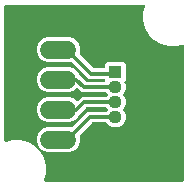
<source format=gbr>
G04 EAGLE Gerber RS-274X export*
G75*
%MOMM*%
%FSLAX34Y34*%
%LPD*%
%INTop Copper*%
%IPPOS*%
%AMOC8*
5,1,8,0,0,1.08239X$1,22.5*%
G01*
%ADD10C,1.524000*%
%ADD11R,1.118000X1.118000*%
%ADD12C,1.118000*%
%ADD13C,0.304800*%

G36*
X178838Y612144D02*
X178838Y612144D01*
X178857Y612142D01*
X178959Y612164D01*
X179061Y612180D01*
X179078Y612190D01*
X179098Y612194D01*
X179187Y612247D01*
X179278Y612296D01*
X179292Y612310D01*
X179309Y612320D01*
X179376Y612399D01*
X179448Y612474D01*
X179456Y612492D01*
X179469Y612507D01*
X179508Y612603D01*
X179551Y612697D01*
X179553Y612717D01*
X179561Y612735D01*
X179579Y612902D01*
X179579Y727318D01*
X179560Y727435D01*
X179542Y727553D01*
X179540Y727557D01*
X179540Y727561D01*
X179484Y727666D01*
X179429Y727772D01*
X179426Y727775D01*
X179424Y727778D01*
X179338Y727860D01*
X179253Y727943D01*
X179249Y727945D01*
X179246Y727948D01*
X179138Y727998D01*
X179031Y728049D01*
X179027Y728049D01*
X179023Y728051D01*
X178906Y728064D01*
X178787Y728079D01*
X178782Y728078D01*
X178779Y728078D01*
X178765Y728075D01*
X178621Y728053D01*
X173492Y726679D01*
X166868Y726679D01*
X160468Y728394D01*
X154731Y731706D01*
X150046Y736391D01*
X146734Y742128D01*
X145019Y748528D01*
X145019Y755152D01*
X146570Y760941D01*
X146582Y761060D01*
X146595Y761177D01*
X146594Y761182D01*
X146595Y761186D01*
X146568Y761301D01*
X146543Y761418D01*
X146541Y761421D01*
X146540Y761426D01*
X146478Y761527D01*
X146417Y761629D01*
X146414Y761632D01*
X146411Y761635D01*
X146320Y761712D01*
X146230Y761789D01*
X146226Y761790D01*
X146223Y761793D01*
X146112Y761836D01*
X146002Y761881D01*
X145997Y761881D01*
X145994Y761883D01*
X145980Y761883D01*
X145835Y761899D01*
X28702Y761899D01*
X28682Y761896D01*
X28663Y761898D01*
X28561Y761876D01*
X28459Y761860D01*
X28442Y761850D01*
X28422Y761846D01*
X28333Y761793D01*
X28242Y761744D01*
X28228Y761730D01*
X28211Y761720D01*
X28144Y761641D01*
X28072Y761566D01*
X28064Y761548D01*
X28051Y761533D01*
X28012Y761437D01*
X27969Y761343D01*
X27967Y761323D01*
X27959Y761305D01*
X27941Y761138D01*
X27941Y646618D01*
X27960Y646501D01*
X27978Y646383D01*
X27980Y646380D01*
X27980Y646375D01*
X28036Y646270D01*
X28091Y646165D01*
X28094Y646162D01*
X28096Y646158D01*
X28182Y646076D01*
X28267Y645993D01*
X28271Y645992D01*
X28274Y645989D01*
X28382Y645939D01*
X28489Y645887D01*
X28493Y645887D01*
X28497Y645885D01*
X28614Y645872D01*
X28733Y645858D01*
X28738Y645858D01*
X28741Y645858D01*
X28755Y645861D01*
X28899Y645883D01*
X34788Y647461D01*
X41412Y647461D01*
X47812Y645746D01*
X53549Y642434D01*
X58234Y637749D01*
X61546Y632012D01*
X63261Y625612D01*
X63261Y618988D01*
X61683Y613099D01*
X61671Y612980D01*
X61658Y612863D01*
X61659Y612858D01*
X61658Y612854D01*
X61685Y612739D01*
X61710Y612622D01*
X61712Y612619D01*
X61713Y612614D01*
X61775Y612513D01*
X61836Y612411D01*
X61840Y612408D01*
X61842Y612405D01*
X61933Y612328D01*
X62023Y612251D01*
X62027Y612250D01*
X62030Y612247D01*
X62141Y612204D01*
X62251Y612159D01*
X62256Y612159D01*
X62260Y612157D01*
X62273Y612157D01*
X62418Y612141D01*
X178818Y612141D01*
X178838Y612144D01*
G37*
%LPC*%
G36*
X63918Y637031D02*
X63918Y637031D01*
X59997Y638655D01*
X56995Y641657D01*
X55371Y645578D01*
X55371Y649822D01*
X56995Y653743D01*
X59997Y656745D01*
X63918Y658369D01*
X83402Y658369D01*
X84403Y657954D01*
X84516Y657928D01*
X84630Y657899D01*
X84636Y657899D01*
X84642Y657898D01*
X84759Y657909D01*
X84875Y657918D01*
X84881Y657921D01*
X84887Y657921D01*
X84995Y657969D01*
X85101Y658014D01*
X85107Y658019D01*
X85112Y658021D01*
X85126Y658034D01*
X85232Y658119D01*
X98436Y671323D01*
X113960Y671323D01*
X114051Y671337D01*
X114141Y671345D01*
X114171Y671357D01*
X114203Y671362D01*
X114284Y671405D01*
X114368Y671441D01*
X114400Y671467D01*
X114421Y671478D01*
X114443Y671501D01*
X114499Y671546D01*
X115515Y672562D01*
X115526Y672578D01*
X115542Y672590D01*
X115598Y672677D01*
X115658Y672761D01*
X115664Y672781D01*
X115675Y672797D01*
X115700Y672898D01*
X115731Y672997D01*
X115730Y673016D01*
X115735Y673036D01*
X115727Y673139D01*
X115724Y673242D01*
X115717Y673261D01*
X115716Y673281D01*
X115675Y673376D01*
X115640Y673473D01*
X115627Y673489D01*
X115620Y673507D01*
X115515Y673638D01*
X114499Y674654D01*
X114425Y674707D01*
X114355Y674767D01*
X114325Y674779D01*
X114299Y674798D01*
X114212Y674825D01*
X114127Y674859D01*
X114086Y674863D01*
X114064Y674870D01*
X114032Y674869D01*
X113960Y674877D01*
X97459Y674877D01*
X97369Y674863D01*
X97278Y674855D01*
X97249Y674843D01*
X97217Y674838D01*
X97136Y674795D01*
X97052Y674759D01*
X97020Y674733D01*
X96999Y674722D01*
X96977Y674699D01*
X96921Y674654D01*
X91139Y668873D01*
X91101Y668819D01*
X91055Y668773D01*
X91015Y668700D01*
X90996Y668673D01*
X90990Y668654D01*
X90974Y668626D01*
X90325Y667057D01*
X87323Y664055D01*
X83402Y662431D01*
X63918Y662431D01*
X59997Y664055D01*
X56995Y667057D01*
X55371Y670978D01*
X55371Y675222D01*
X56995Y679143D01*
X59997Y682145D01*
X63918Y683769D01*
X83402Y683769D01*
X87323Y682145D01*
X88862Y680606D01*
X88878Y680594D01*
X88891Y680578D01*
X88978Y680522D01*
X89062Y680462D01*
X89081Y680456D01*
X89098Y680445D01*
X89198Y680420D01*
X89297Y680390D01*
X89317Y680390D01*
X89336Y680385D01*
X89439Y680393D01*
X89543Y680396D01*
X89562Y680403D01*
X89582Y680405D01*
X89676Y680445D01*
X89774Y680481D01*
X89790Y680493D01*
X89808Y680501D01*
X89939Y680606D01*
X93356Y684023D01*
X113960Y684023D01*
X114051Y684037D01*
X114141Y684045D01*
X114171Y684057D01*
X114203Y684062D01*
X114284Y684105D01*
X114368Y684141D01*
X114400Y684167D01*
X114421Y684178D01*
X114443Y684201D01*
X114499Y684246D01*
X115515Y685262D01*
X115526Y685278D01*
X115542Y685290D01*
X115598Y685377D01*
X115658Y685461D01*
X115664Y685481D01*
X115675Y685497D01*
X115700Y685598D01*
X115731Y685697D01*
X115730Y685716D01*
X115735Y685736D01*
X115727Y685839D01*
X115724Y685942D01*
X115717Y685961D01*
X115716Y685981D01*
X115675Y686076D01*
X115640Y686173D01*
X115627Y686189D01*
X115620Y686207D01*
X115515Y686338D01*
X114499Y687354D01*
X114425Y687407D01*
X114355Y687467D01*
X114325Y687479D01*
X114299Y687498D01*
X114212Y687525D01*
X114127Y687559D01*
X114086Y687563D01*
X114064Y687570D01*
X114032Y687569D01*
X113960Y687577D01*
X93356Y687577D01*
X89939Y690994D01*
X89923Y691006D01*
X89910Y691022D01*
X89823Y691078D01*
X89739Y691138D01*
X89720Y691144D01*
X89703Y691155D01*
X89603Y691180D01*
X89504Y691210D01*
X89484Y691210D01*
X89465Y691215D01*
X89362Y691207D01*
X89258Y691204D01*
X89239Y691197D01*
X89220Y691195D01*
X89125Y691155D01*
X89027Y691119D01*
X89011Y691107D01*
X88993Y691099D01*
X88862Y690994D01*
X87323Y689455D01*
X83402Y687831D01*
X63918Y687831D01*
X59997Y689455D01*
X56995Y692457D01*
X55371Y696378D01*
X55371Y700622D01*
X56995Y704543D01*
X59997Y707545D01*
X63918Y709169D01*
X83402Y709169D01*
X87323Y707545D01*
X90325Y704543D01*
X90974Y702974D01*
X91009Y702919D01*
X91035Y702858D01*
X91087Y702793D01*
X91104Y702765D01*
X91119Y702753D01*
X91139Y702727D01*
X96921Y696946D01*
X96995Y696893D01*
X97065Y696833D01*
X97095Y696821D01*
X97121Y696802D01*
X97208Y696775D01*
X97293Y696741D01*
X97334Y696737D01*
X97356Y696730D01*
X97388Y696731D01*
X97459Y696723D01*
X112718Y696723D01*
X112789Y696734D01*
X112860Y696736D01*
X112909Y696754D01*
X112961Y696762D01*
X113024Y696796D01*
X113091Y696821D01*
X113132Y696853D01*
X113178Y696878D01*
X113227Y696929D01*
X113283Y696974D01*
X113312Y697018D01*
X113347Y697056D01*
X113378Y697121D01*
X113416Y697181D01*
X113429Y697232D01*
X113451Y697279D01*
X113459Y697350D01*
X113476Y697420D01*
X113472Y697472D01*
X113478Y697523D01*
X113463Y697594D01*
X113457Y697665D01*
X113437Y697713D01*
X113426Y697764D01*
X113389Y697825D01*
X113361Y697891D01*
X113316Y697947D01*
X113300Y697975D01*
X113282Y697990D01*
X113281Y697991D01*
X113281Y698246D01*
X113278Y698266D01*
X113280Y698285D01*
X113258Y698387D01*
X113242Y698489D01*
X113232Y698506D01*
X113228Y698526D01*
X113175Y698615D01*
X113126Y698706D01*
X113112Y698720D01*
X113102Y698737D01*
X113023Y698804D01*
X112948Y698876D01*
X112930Y698884D01*
X112915Y698897D01*
X112819Y698936D01*
X112725Y698979D01*
X112705Y698981D01*
X112687Y698989D01*
X112520Y699007D01*
X99706Y699007D01*
X96804Y701909D01*
X85232Y713481D01*
X85137Y713549D01*
X85044Y713619D01*
X85038Y713621D01*
X85033Y713624D01*
X84921Y713659D01*
X84810Y713695D01*
X84804Y713695D01*
X84798Y713697D01*
X84681Y713694D01*
X84564Y713693D01*
X84557Y713690D01*
X84552Y713690D01*
X84534Y713684D01*
X84403Y713646D01*
X83402Y713231D01*
X63918Y713231D01*
X59997Y714855D01*
X56995Y717857D01*
X55371Y721778D01*
X55371Y726022D01*
X56995Y729943D01*
X59997Y732945D01*
X63918Y734569D01*
X83402Y734569D01*
X87323Y732945D01*
X90325Y729943D01*
X91949Y726022D01*
X91949Y721778D01*
X91534Y720777D01*
X91508Y720664D01*
X91479Y720550D01*
X91479Y720544D01*
X91478Y720538D01*
X91489Y720421D01*
X91498Y720305D01*
X91501Y720299D01*
X91501Y720293D01*
X91549Y720185D01*
X91594Y720079D01*
X91599Y720073D01*
X91601Y720068D01*
X91614Y720054D01*
X91699Y719948D01*
X103271Y708376D01*
X103345Y708323D01*
X103415Y708263D01*
X103445Y708251D01*
X103471Y708232D01*
X103558Y708205D01*
X103643Y708171D01*
X103684Y708167D01*
X103706Y708160D01*
X103738Y708161D01*
X103809Y708153D01*
X112520Y708153D01*
X112540Y708156D01*
X112559Y708154D01*
X112661Y708176D01*
X112763Y708192D01*
X112780Y708202D01*
X112800Y708206D01*
X112889Y708259D01*
X112980Y708308D01*
X112994Y708322D01*
X113011Y708332D01*
X113078Y708411D01*
X113150Y708486D01*
X113158Y708504D01*
X113171Y708519D01*
X113210Y708615D01*
X113253Y708709D01*
X113255Y708729D01*
X113263Y708747D01*
X113281Y708914D01*
X113281Y711703D01*
X115067Y713489D01*
X128773Y713489D01*
X130559Y711703D01*
X130559Y697997D01*
X129709Y697148D01*
X129663Y697083D01*
X129648Y697068D01*
X129642Y697054D01*
X129571Y696959D01*
X129569Y696953D01*
X129566Y696948D01*
X129531Y696837D01*
X129495Y696725D01*
X129495Y696719D01*
X129493Y696713D01*
X129496Y696596D01*
X129497Y696479D01*
X129499Y696472D01*
X129500Y696467D01*
X129506Y696449D01*
X129544Y696318D01*
X130559Y693868D01*
X130559Y690432D01*
X129244Y687257D01*
X128325Y686338D01*
X128314Y686322D01*
X128298Y686310D01*
X128242Y686222D01*
X128182Y686139D01*
X128176Y686120D01*
X128165Y686103D01*
X128140Y686002D01*
X128109Y685903D01*
X128110Y685884D01*
X128105Y685864D01*
X128113Y685761D01*
X128116Y685658D01*
X128123Y685639D01*
X128124Y685619D01*
X128165Y685524D01*
X128200Y685427D01*
X128213Y685411D01*
X128220Y685393D01*
X128325Y685262D01*
X129244Y684343D01*
X130559Y681168D01*
X130559Y677732D01*
X129244Y674557D01*
X128325Y673638D01*
X128314Y673622D01*
X128298Y673610D01*
X128242Y673522D01*
X128182Y673439D01*
X128176Y673420D01*
X128165Y673403D01*
X128140Y673302D01*
X128109Y673203D01*
X128110Y673184D01*
X128105Y673164D01*
X128113Y673061D01*
X128116Y672958D01*
X128123Y672939D01*
X128124Y672919D01*
X128165Y672824D01*
X128200Y672727D01*
X128213Y672711D01*
X128220Y672693D01*
X128325Y672562D01*
X129244Y671643D01*
X130559Y668468D01*
X130559Y665032D01*
X129244Y661857D01*
X126813Y659426D01*
X123638Y658111D01*
X120202Y658111D01*
X117027Y659426D01*
X114499Y661954D01*
X114425Y662007D01*
X114355Y662067D01*
X114325Y662079D01*
X114299Y662098D01*
X114212Y662125D01*
X114127Y662159D01*
X114086Y662163D01*
X114064Y662170D01*
X114032Y662169D01*
X113960Y662177D01*
X102539Y662177D01*
X102449Y662163D01*
X102358Y662155D01*
X102329Y662143D01*
X102297Y662138D01*
X102216Y662095D01*
X102132Y662059D01*
X102100Y662033D01*
X102079Y662022D01*
X102057Y661999D01*
X102001Y661954D01*
X91699Y651652D01*
X91631Y651557D01*
X91561Y651464D01*
X91559Y651458D01*
X91556Y651453D01*
X91521Y651341D01*
X91485Y651230D01*
X91485Y651224D01*
X91483Y651218D01*
X91486Y651101D01*
X91487Y650984D01*
X91490Y650977D01*
X91490Y650972D01*
X91496Y650954D01*
X91534Y650823D01*
X91949Y649822D01*
X91949Y645578D01*
X90325Y641657D01*
X87323Y638655D01*
X83402Y637031D01*
X63918Y637031D01*
G37*
%LPD*%
D10*
X81280Y647700D02*
X66040Y647700D01*
X66040Y673100D02*
X81280Y673100D01*
X81280Y698500D02*
X66040Y698500D01*
X66040Y723900D02*
X81280Y723900D01*
D11*
X121920Y704850D03*
D12*
X121920Y692150D03*
X121920Y679450D03*
X121920Y666750D03*
D13*
X88900Y698500D02*
X73660Y698500D01*
X95250Y692150D02*
X121920Y692150D01*
X95250Y692150D02*
X88900Y698500D01*
X81280Y723900D02*
X73660Y723900D01*
X81280Y723900D02*
X101600Y703580D01*
X120650Y703580D01*
X121920Y704850D01*
X81280Y647700D02*
X73660Y647700D01*
X100330Y666750D02*
X121920Y666750D01*
X100330Y666750D02*
X81280Y647700D01*
X73660Y673100D02*
X88900Y673100D01*
X95250Y679450D02*
X121920Y679450D01*
X95250Y679450D02*
X88900Y673100D01*
M02*

</source>
